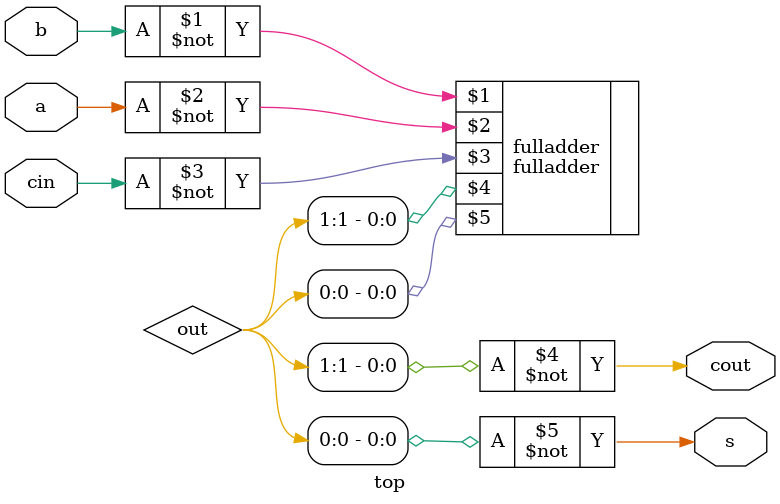
<source format=v>
module top(input b, a, cin, output cout, s);

/* LEDs y SWs invertidos */
wire [1:0] out;

fulladder fulladder(~b,~a,~cin,out[1], out[0]);

assign cout = ~out[1];
assign s = ~out[0];

/* LEds y SW no invertidos */
/* fulladder fulladder(~b,~a,~cin, cout, s); */

endmodule

</source>
